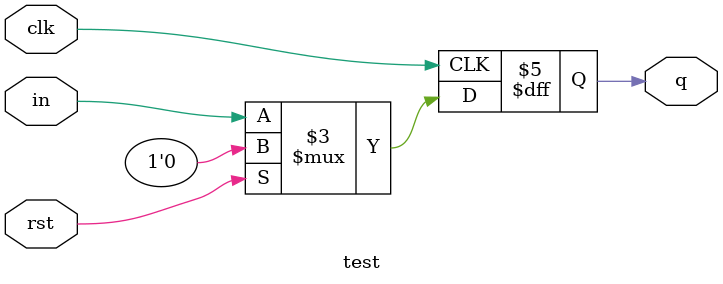
<source format=v>
module test (
    input  wire clk,
    input  wire rst,
    input  wire in,
    output reg  q
);

    always @(posedge clk) begin
        if (rst) begin
            q <= 1'b0;
        end else begin
            q <= in;
        end
    end

endmodule

</source>
